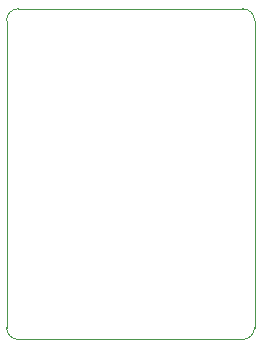
<source format=gm1>
G04 #@! TF.GenerationSoftware,KiCad,Pcbnew,(5.1.10)-1*
G04 #@! TF.CreationDate,2021-08-02T23:12:01-04:00*
G04 #@! TF.ProjectId,entropy r3,656e7472-6f70-4792-9072-332e6b696361,rev?*
G04 #@! TF.SameCoordinates,Original*
G04 #@! TF.FileFunction,Profile,NP*
%FSLAX46Y46*%
G04 Gerber Fmt 4.6, Leading zero omitted, Abs format (unit mm)*
G04 Created by KiCad (PCBNEW (5.1.10)-1) date 2021-08-02 23:12:01*
%MOMM*%
%LPD*%
G01*
G04 APERTURE LIST*
G04 #@! TA.AperFunction,Profile*
%ADD10C,0.050000*%
G04 #@! TD*
G04 APERTURE END LIST*
D10*
X153500000Y-56000000D02*
X153500000Y-82000000D01*
X132500000Y-56000000D02*
X132500000Y-82000000D01*
X133500000Y-55000000D02*
X152500000Y-55000000D01*
X152000000Y-83000000D02*
X152500000Y-83000000D01*
X152000000Y-83000000D02*
X133500000Y-83000000D01*
X133500000Y-83000000D02*
G75*
G02*
X132500000Y-82000000I0J1000000D01*
G01*
X153500000Y-82000000D02*
G75*
G02*
X152500000Y-83000000I-1000000J0D01*
G01*
X152500000Y-55000000D02*
G75*
G02*
X153500000Y-56000000I0J-1000000D01*
G01*
X132500000Y-56000000D02*
G75*
G02*
X133500000Y-55000000I1000000J0D01*
G01*
M02*

</source>
